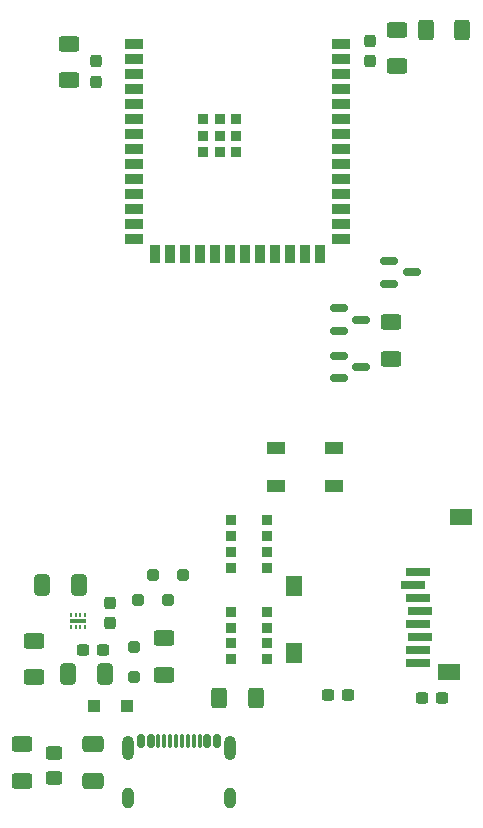
<source format=gbr>
%TF.GenerationSoftware,KiCad,Pcbnew,8.0.1-1.fc39*%
%TF.CreationDate,2024-05-03T11:27:30+02:00*%
%TF.ProjectId,esp32-board,65737033-322d-4626-9f61-72642e6b6963,rev?*%
%TF.SameCoordinates,Original*%
%TF.FileFunction,Paste,Top*%
%TF.FilePolarity,Positive*%
%FSLAX46Y46*%
G04 Gerber Fmt 4.6, Leading zero omitted, Abs format (unit mm)*
G04 Created by KiCad (PCBNEW 8.0.1-1.fc39) date 2024-05-03 11:27:30*
%MOMM*%
%LPD*%
G01*
G04 APERTURE LIST*
G04 Aperture macros list*
%AMRoundRect*
0 Rectangle with rounded corners*
0 $1 Rounding radius*
0 $2 $3 $4 $5 $6 $7 $8 $9 X,Y pos of 4 corners*
0 Add a 4 corners polygon primitive as box body*
4,1,4,$2,$3,$4,$5,$6,$7,$8,$9,$2,$3,0*
0 Add four circle primitives for the rounded corners*
1,1,$1+$1,$2,$3*
1,1,$1+$1,$4,$5*
1,1,$1+$1,$6,$7*
1,1,$1+$1,$8,$9*
0 Add four rect primitives between the rounded corners*
20,1,$1+$1,$2,$3,$4,$5,0*
20,1,$1+$1,$4,$5,$6,$7,0*
20,1,$1+$1,$6,$7,$8,$9,0*
20,1,$1+$1,$8,$9,$2,$3,0*%
G04 Aperture macros list end*
%ADD10R,1.500000X0.900000*%
%ADD11R,0.900000X1.500000*%
%ADD12R,0.900000X0.900000*%
%ADD13RoundRect,0.150000X-0.587500X-0.150000X0.587500X-0.150000X0.587500X0.150000X-0.587500X0.150000X0*%
%ADD14RoundRect,0.237500X-0.300000X-0.237500X0.300000X-0.237500X0.300000X0.237500X-0.300000X0.237500X0*%
%ADD15RoundRect,0.237500X0.300000X0.237500X-0.300000X0.237500X-0.300000X-0.237500X0.300000X-0.237500X0*%
%ADD16R,1.500000X1.000000*%
%ADD17RoundRect,0.250000X-0.625000X0.400000X-0.625000X-0.400000X0.625000X-0.400000X0.625000X0.400000X0*%
%ADD18RoundRect,0.250000X-0.300000X-0.300000X0.300000X-0.300000X0.300000X0.300000X-0.300000X0.300000X0*%
%ADD19R,0.270000X0.350000*%
%ADD20R,1.440000X0.440000*%
%ADD21RoundRect,0.250000X-0.250000X0.250000X-0.250000X-0.250000X0.250000X-0.250000X0.250000X0.250000X0*%
%ADD22R,2.000000X0.800000*%
%ADD23R,1.400000X1.800000*%
%ADD24R,1.900000X1.400000*%
%ADD25RoundRect,0.250000X0.625000X-0.400000X0.625000X0.400000X-0.625000X0.400000X-0.625000X-0.400000X0*%
%ADD26RoundRect,0.237500X-0.237500X0.300000X-0.237500X-0.300000X0.237500X-0.300000X0.237500X0.300000X0*%
%ADD27RoundRect,0.250000X0.400000X0.625000X-0.400000X0.625000X-0.400000X-0.625000X0.400000X-0.625000X0*%
%ADD28RoundRect,0.250000X-0.400000X-0.625000X0.400000X-0.625000X0.400000X0.625000X-0.400000X0.625000X0*%
%ADD29RoundRect,0.250000X-0.412500X-0.650000X0.412500X-0.650000X0.412500X0.650000X-0.412500X0.650000X0*%
%ADD30RoundRect,0.237500X0.237500X-0.300000X0.237500X0.300000X-0.237500X0.300000X-0.237500X-0.300000X0*%
%ADD31RoundRect,0.250000X-0.250000X-0.250000X0.250000X-0.250000X0.250000X0.250000X-0.250000X0.250000X0*%
%ADD32RoundRect,0.150000X-0.150000X-0.425000X0.150000X-0.425000X0.150000X0.425000X-0.150000X0.425000X0*%
%ADD33RoundRect,0.075000X-0.075000X-0.500000X0.075000X-0.500000X0.075000X0.500000X-0.075000X0.500000X0*%
%ADD34O,1.000000X2.100000*%
%ADD35O,1.000000X1.800000*%
%ADD36RoundRect,0.250000X-0.650000X0.412500X-0.650000X-0.412500X0.650000X-0.412500X0.650000X0.412500X0*%
%ADD37RoundRect,0.250000X0.412500X0.650000X-0.412500X0.650000X-0.412500X-0.650000X0.412500X-0.650000X0*%
%ADD38RoundRect,0.250000X-0.450000X0.325000X-0.450000X-0.325000X0.450000X-0.325000X0.450000X0.325000X0*%
G04 APERTURE END LIST*
D10*
%TO.C,U1*%
X133000000Y-22700000D03*
X133000000Y-23970000D03*
X133000000Y-25240000D03*
X133000000Y-26510000D03*
X133000000Y-27780000D03*
X133000000Y-29050000D03*
X133000000Y-30320000D03*
X133000000Y-31590000D03*
X133000000Y-32860000D03*
X133000000Y-34130000D03*
X133000000Y-35400000D03*
X133000000Y-36670000D03*
X133000000Y-37940000D03*
X133000000Y-39210000D03*
D11*
X134765000Y-40460000D03*
X136035000Y-40460000D03*
X137305000Y-40460000D03*
X138575000Y-40460000D03*
X139845000Y-40460000D03*
X141115000Y-40460000D03*
X142385000Y-40460000D03*
X143655000Y-40460000D03*
X144925000Y-40460000D03*
X146195000Y-40460000D03*
X147465000Y-40460000D03*
X148735000Y-40460000D03*
D10*
X150500000Y-39210000D03*
X150500000Y-37940000D03*
X150500000Y-36670000D03*
X150500000Y-35400000D03*
X150500000Y-34130000D03*
X150500000Y-32860000D03*
X150500000Y-31590000D03*
X150500000Y-30320000D03*
X150500000Y-29050000D03*
X150500000Y-27780000D03*
X150500000Y-26510000D03*
X150500000Y-25240000D03*
X150500000Y-23970000D03*
X150500000Y-22700000D03*
D12*
X138850000Y-29020000D03*
X138850000Y-30420000D03*
X138850000Y-31820000D03*
X138850000Y-31820000D03*
X140250000Y-29020000D03*
X140250000Y-29020000D03*
X140250000Y-30420000D03*
X140250000Y-31820000D03*
X141650000Y-29020000D03*
X141650000Y-30420000D03*
X141650000Y-31820000D03*
%TD*%
D13*
%TO.C,Q3*%
X150312500Y-45050000D03*
X150312500Y-46950000D03*
X152187500Y-46000000D03*
%TD*%
D14*
%TO.C,C15*%
X128637500Y-74000000D03*
X130362500Y-74000000D03*
%TD*%
D15*
%TO.C,C3*%
X159112500Y-78000000D03*
X157387500Y-78000000D03*
%TD*%
D16*
%TO.C,D5*%
X149900000Y-60100000D03*
X149900000Y-56900000D03*
X145000000Y-56900000D03*
X145000000Y-60100000D03*
%TD*%
D17*
%TO.C,R32*%
X124500000Y-73200000D03*
X124500000Y-76300000D03*
%TD*%
D13*
%TO.C,Q1*%
X154625000Y-41050000D03*
X154625000Y-42950000D03*
X156500000Y-42000000D03*
%TD*%
D18*
%TO.C,D4*%
X129600000Y-78750000D03*
X132400000Y-78750000D03*
%TD*%
D19*
%TO.C,U2*%
X128850000Y-70975000D03*
X128450000Y-70975000D03*
X128050000Y-70975000D03*
X127650000Y-70975000D03*
X127650000Y-72025000D03*
X128050000Y-72025000D03*
X128450000Y-72025000D03*
X128850000Y-72025000D03*
D20*
X128250000Y-71500000D03*
%TD*%
D21*
%TO.C,D3*%
X133000000Y-73750000D03*
X133000000Y-76250000D03*
%TD*%
D22*
%TO.C,J4*%
X157050000Y-67360000D03*
X156650000Y-68460000D03*
X157050000Y-69560000D03*
X157250000Y-70660000D03*
X157050000Y-71760000D03*
X157250000Y-72860000D03*
X157050000Y-73960000D03*
X157050000Y-75060000D03*
D23*
X146500000Y-74250000D03*
X146500000Y-68550000D03*
D24*
X159650000Y-75850000D03*
X160650000Y-62700000D03*
%TD*%
D25*
%TO.C,R4*%
X135500000Y-76050000D03*
X135500000Y-72950000D03*
%TD*%
D26*
%TO.C,C17*%
X131000000Y-70000000D03*
X131000000Y-71725000D03*
%TD*%
D25*
%TO.C,R10*%
X155250000Y-24550000D03*
X155250000Y-21450000D03*
%TD*%
D27*
%TO.C,R9*%
X160800000Y-21500000D03*
X157700000Y-21500000D03*
%TD*%
D28*
%TO.C,R3*%
X140200000Y-78000000D03*
X143300000Y-78000000D03*
%TD*%
D29*
%TO.C,C14*%
X127375000Y-76000000D03*
X130500000Y-76000000D03*
%TD*%
D14*
%TO.C,C2*%
X149387500Y-77750000D03*
X151112500Y-77750000D03*
%TD*%
D13*
%TO.C,Q2*%
X150312500Y-49050000D03*
X150312500Y-50950000D03*
X152187500Y-50000000D03*
%TD*%
D30*
%TO.C,C16*%
X153000000Y-24112500D03*
X153000000Y-22387500D03*
%TD*%
D12*
%TO.C,RN2*%
X144250000Y-74750000D03*
X144250000Y-73410000D03*
X144250000Y-72090000D03*
X144250000Y-70750000D03*
X141250000Y-70750000D03*
X141250000Y-72090000D03*
X141250000Y-73410000D03*
X141250000Y-74750000D03*
%TD*%
D31*
%TO.C,D1*%
X134625000Y-67650000D03*
X137125000Y-67650000D03*
%TD*%
D32*
%TO.C,J3*%
X133600000Y-81720000D03*
X134400000Y-81720000D03*
D33*
X135550000Y-81720000D03*
X136550000Y-81720000D03*
X137050000Y-81720000D03*
X138050000Y-81720000D03*
D32*
X139200000Y-81720000D03*
X140000000Y-81720000D03*
X140000000Y-81720000D03*
X139200000Y-81720000D03*
D33*
X138550000Y-81720000D03*
X137550000Y-81720000D03*
X136050000Y-81720000D03*
X135050000Y-81720000D03*
D32*
X134400000Y-81720000D03*
X133600000Y-81720000D03*
D34*
X132480000Y-82295000D03*
D35*
X132480000Y-86475000D03*
D34*
X141120000Y-82295000D03*
D35*
X141120000Y-86475000D03*
%TD*%
D36*
%TO.C,C4*%
X129500000Y-81937500D03*
X129500000Y-85062500D03*
%TD*%
D17*
%TO.C,R11*%
X123500000Y-81950000D03*
X123500000Y-85050000D03*
%TD*%
%TO.C,R1*%
X154750000Y-46200000D03*
X154750000Y-49300000D03*
%TD*%
D37*
%TO.C,C18*%
X128312500Y-68500000D03*
X125187500Y-68500000D03*
%TD*%
D17*
%TO.C,R2*%
X127500000Y-22650000D03*
X127500000Y-25750000D03*
%TD*%
D38*
%TO.C,D15*%
X126250000Y-82725000D03*
X126250000Y-84775000D03*
%TD*%
D31*
%TO.C,D2*%
X133375000Y-69775000D03*
X135875000Y-69775000D03*
%TD*%
D26*
%TO.C,C1*%
X129750000Y-24137500D03*
X129750000Y-25862500D03*
%TD*%
D12*
%TO.C,RN1*%
X144250000Y-67000000D03*
X144250000Y-65660000D03*
X144250000Y-64340000D03*
X144250000Y-63000000D03*
X141250000Y-63000000D03*
X141250000Y-64340000D03*
X141250000Y-65660000D03*
X141250000Y-67000000D03*
%TD*%
M02*

</source>
